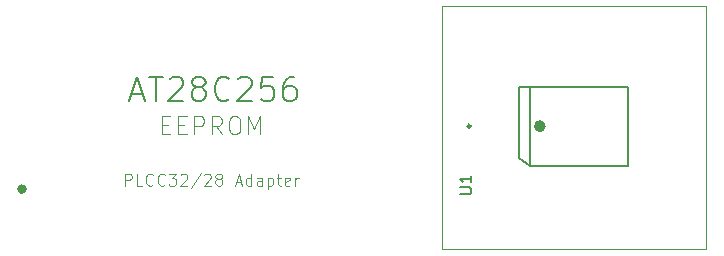
<source format=gbr>
%TF.GenerationSoftware,KiCad,Pcbnew,(6.0.0-0)*%
%TF.CreationDate,2022-01-31T01:53:59-05:00*%
%TF.ProjectId,PLCC32-Adapter,504c4343-3332-42d4-9164-61707465722e,rev?*%
%TF.SameCoordinates,Original*%
%TF.FileFunction,Legend,Top*%
%TF.FilePolarity,Positive*%
%FSLAX46Y46*%
G04 Gerber Fmt 4.6, Leading zero omitted, Abs format (unit mm)*
G04 Created by KiCad (PCBNEW (6.0.0-0)) date 2022-01-31 01:53:59*
%MOMM*%
%LPD*%
G01*
G04 APERTURE LIST*
%ADD10C,0.400000*%
%ADD11C,0.100000*%
%ADD12C,0.200000*%
%ADD13C,0.150000*%
%ADD14C,0.120000*%
%ADD15C,0.250000*%
%ADD16C,0.500000*%
G04 APERTURE END LIST*
D10*
X108150000Y-117348000D02*
G75*
G03*
X108150000Y-117348000I-200000J0D01*
G01*
D11*
X119809142Y-111906857D02*
X120309142Y-111906857D01*
X120523428Y-112692571D02*
X119809142Y-112692571D01*
X119809142Y-111192571D01*
X120523428Y-111192571D01*
X121166285Y-111906857D02*
X121666285Y-111906857D01*
X121880571Y-112692571D02*
X121166285Y-112692571D01*
X121166285Y-111192571D01*
X121880571Y-111192571D01*
X122523428Y-112692571D02*
X122523428Y-111192571D01*
X123094857Y-111192571D01*
X123237714Y-111264000D01*
X123309142Y-111335428D01*
X123380571Y-111478285D01*
X123380571Y-111692571D01*
X123309142Y-111835428D01*
X123237714Y-111906857D01*
X123094857Y-111978285D01*
X122523428Y-111978285D01*
X124880571Y-112692571D02*
X124380571Y-111978285D01*
X124023428Y-112692571D02*
X124023428Y-111192571D01*
X124594857Y-111192571D01*
X124737714Y-111264000D01*
X124809142Y-111335428D01*
X124880571Y-111478285D01*
X124880571Y-111692571D01*
X124809142Y-111835428D01*
X124737714Y-111906857D01*
X124594857Y-111978285D01*
X124023428Y-111978285D01*
X125809142Y-111192571D02*
X126094857Y-111192571D01*
X126237714Y-111264000D01*
X126380571Y-111406857D01*
X126452000Y-111692571D01*
X126452000Y-112192571D01*
X126380571Y-112478285D01*
X126237714Y-112621142D01*
X126094857Y-112692571D01*
X125809142Y-112692571D01*
X125666285Y-112621142D01*
X125523428Y-112478285D01*
X125452000Y-112192571D01*
X125452000Y-111692571D01*
X125523428Y-111406857D01*
X125666285Y-111264000D01*
X125809142Y-111192571D01*
X127094857Y-112692571D02*
X127094857Y-111192571D01*
X127594857Y-112264000D01*
X128094857Y-111192571D01*
X128094857Y-112692571D01*
X116666285Y-117038380D02*
X116666285Y-116038380D01*
X117047238Y-116038380D01*
X117142476Y-116086000D01*
X117190095Y-116133619D01*
X117237714Y-116228857D01*
X117237714Y-116371714D01*
X117190095Y-116466952D01*
X117142476Y-116514571D01*
X117047238Y-116562190D01*
X116666285Y-116562190D01*
X118142476Y-117038380D02*
X117666285Y-117038380D01*
X117666285Y-116038380D01*
X119047238Y-116943142D02*
X118999619Y-116990761D01*
X118856761Y-117038380D01*
X118761523Y-117038380D01*
X118618666Y-116990761D01*
X118523428Y-116895523D01*
X118475809Y-116800285D01*
X118428190Y-116609809D01*
X118428190Y-116466952D01*
X118475809Y-116276476D01*
X118523428Y-116181238D01*
X118618666Y-116086000D01*
X118761523Y-116038380D01*
X118856761Y-116038380D01*
X118999619Y-116086000D01*
X119047238Y-116133619D01*
X120047238Y-116943142D02*
X119999619Y-116990761D01*
X119856761Y-117038380D01*
X119761523Y-117038380D01*
X119618666Y-116990761D01*
X119523428Y-116895523D01*
X119475809Y-116800285D01*
X119428190Y-116609809D01*
X119428190Y-116466952D01*
X119475809Y-116276476D01*
X119523428Y-116181238D01*
X119618666Y-116086000D01*
X119761523Y-116038380D01*
X119856761Y-116038380D01*
X119999619Y-116086000D01*
X120047238Y-116133619D01*
X120380571Y-116038380D02*
X120999619Y-116038380D01*
X120666285Y-116419333D01*
X120809142Y-116419333D01*
X120904380Y-116466952D01*
X120952000Y-116514571D01*
X120999619Y-116609809D01*
X120999619Y-116847904D01*
X120952000Y-116943142D01*
X120904380Y-116990761D01*
X120809142Y-117038380D01*
X120523428Y-117038380D01*
X120428190Y-116990761D01*
X120380571Y-116943142D01*
X121380571Y-116133619D02*
X121428190Y-116086000D01*
X121523428Y-116038380D01*
X121761523Y-116038380D01*
X121856761Y-116086000D01*
X121904380Y-116133619D01*
X121952000Y-116228857D01*
X121952000Y-116324095D01*
X121904380Y-116466952D01*
X121332952Y-117038380D01*
X121952000Y-117038380D01*
X123094857Y-115990761D02*
X122237714Y-117276476D01*
X123380571Y-116133619D02*
X123428190Y-116086000D01*
X123523428Y-116038380D01*
X123761523Y-116038380D01*
X123856761Y-116086000D01*
X123904380Y-116133619D01*
X123952000Y-116228857D01*
X123952000Y-116324095D01*
X123904380Y-116466952D01*
X123332952Y-117038380D01*
X123952000Y-117038380D01*
X124523428Y-116466952D02*
X124428190Y-116419333D01*
X124380571Y-116371714D01*
X124332952Y-116276476D01*
X124332952Y-116228857D01*
X124380571Y-116133619D01*
X124428190Y-116086000D01*
X124523428Y-116038380D01*
X124713904Y-116038380D01*
X124809142Y-116086000D01*
X124856761Y-116133619D01*
X124904380Y-116228857D01*
X124904380Y-116276476D01*
X124856761Y-116371714D01*
X124809142Y-116419333D01*
X124713904Y-116466952D01*
X124523428Y-116466952D01*
X124428190Y-116514571D01*
X124380571Y-116562190D01*
X124332952Y-116657428D01*
X124332952Y-116847904D01*
X124380571Y-116943142D01*
X124428190Y-116990761D01*
X124523428Y-117038380D01*
X124713904Y-117038380D01*
X124809142Y-116990761D01*
X124856761Y-116943142D01*
X124904380Y-116847904D01*
X124904380Y-116657428D01*
X124856761Y-116562190D01*
X124809142Y-116514571D01*
X124713904Y-116466952D01*
X126047238Y-116752666D02*
X126523428Y-116752666D01*
X125952000Y-117038380D02*
X126285333Y-116038380D01*
X126618666Y-117038380D01*
X127380571Y-117038380D02*
X127380571Y-116038380D01*
X127380571Y-116990761D02*
X127285333Y-117038380D01*
X127094857Y-117038380D01*
X126999619Y-116990761D01*
X126952000Y-116943142D01*
X126904380Y-116847904D01*
X126904380Y-116562190D01*
X126952000Y-116466952D01*
X126999619Y-116419333D01*
X127094857Y-116371714D01*
X127285333Y-116371714D01*
X127380571Y-116419333D01*
X128285333Y-117038380D02*
X128285333Y-116514571D01*
X128237714Y-116419333D01*
X128142476Y-116371714D01*
X127952000Y-116371714D01*
X127856761Y-116419333D01*
X128285333Y-116990761D02*
X128190095Y-117038380D01*
X127952000Y-117038380D01*
X127856761Y-116990761D01*
X127809142Y-116895523D01*
X127809142Y-116800285D01*
X127856761Y-116705047D01*
X127952000Y-116657428D01*
X128190095Y-116657428D01*
X128285333Y-116609809D01*
X128761523Y-116371714D02*
X128761523Y-117371714D01*
X128761523Y-116419333D02*
X128856761Y-116371714D01*
X129047238Y-116371714D01*
X129142476Y-116419333D01*
X129190095Y-116466952D01*
X129237714Y-116562190D01*
X129237714Y-116847904D01*
X129190095Y-116943142D01*
X129142476Y-116990761D01*
X129047238Y-117038380D01*
X128856761Y-117038380D01*
X128761523Y-116990761D01*
X129523428Y-116371714D02*
X129904380Y-116371714D01*
X129666285Y-116038380D02*
X129666285Y-116895523D01*
X129713904Y-116990761D01*
X129809142Y-117038380D01*
X129904380Y-117038380D01*
X130618666Y-116990761D02*
X130523428Y-117038380D01*
X130332952Y-117038380D01*
X130237714Y-116990761D01*
X130190095Y-116895523D01*
X130190095Y-116514571D01*
X130237714Y-116419333D01*
X130332952Y-116371714D01*
X130523428Y-116371714D01*
X130618666Y-116419333D01*
X130666285Y-116514571D01*
X130666285Y-116609809D01*
X130190095Y-116705047D01*
X131094857Y-117038380D02*
X131094857Y-116371714D01*
X131094857Y-116562190D02*
X131142476Y-116466952D01*
X131190095Y-116419333D01*
X131285333Y-116371714D01*
X131380571Y-116371714D01*
D12*
X117206000Y-109299333D02*
X118158380Y-109299333D01*
X117015523Y-109870761D02*
X117682190Y-107870761D01*
X118348857Y-109870761D01*
X118729809Y-107870761D02*
X119872666Y-107870761D01*
X119301238Y-109870761D02*
X119301238Y-107870761D01*
X120444095Y-108061238D02*
X120539333Y-107966000D01*
X120729809Y-107870761D01*
X121206000Y-107870761D01*
X121396476Y-107966000D01*
X121491714Y-108061238D01*
X121586952Y-108251714D01*
X121586952Y-108442190D01*
X121491714Y-108727904D01*
X120348857Y-109870761D01*
X121586952Y-109870761D01*
X122729809Y-108727904D02*
X122539333Y-108632666D01*
X122444095Y-108537428D01*
X122348857Y-108346952D01*
X122348857Y-108251714D01*
X122444095Y-108061238D01*
X122539333Y-107966000D01*
X122729809Y-107870761D01*
X123110761Y-107870761D01*
X123301238Y-107966000D01*
X123396476Y-108061238D01*
X123491714Y-108251714D01*
X123491714Y-108346952D01*
X123396476Y-108537428D01*
X123301238Y-108632666D01*
X123110761Y-108727904D01*
X122729809Y-108727904D01*
X122539333Y-108823142D01*
X122444095Y-108918380D01*
X122348857Y-109108857D01*
X122348857Y-109489809D01*
X122444095Y-109680285D01*
X122539333Y-109775523D01*
X122729809Y-109870761D01*
X123110761Y-109870761D01*
X123301238Y-109775523D01*
X123396476Y-109680285D01*
X123491714Y-109489809D01*
X123491714Y-109108857D01*
X123396476Y-108918380D01*
X123301238Y-108823142D01*
X123110761Y-108727904D01*
X125491714Y-109680285D02*
X125396476Y-109775523D01*
X125110761Y-109870761D01*
X124920285Y-109870761D01*
X124634571Y-109775523D01*
X124444095Y-109585047D01*
X124348857Y-109394571D01*
X124253619Y-109013619D01*
X124253619Y-108727904D01*
X124348857Y-108346952D01*
X124444095Y-108156476D01*
X124634571Y-107966000D01*
X124920285Y-107870761D01*
X125110761Y-107870761D01*
X125396476Y-107966000D01*
X125491714Y-108061238D01*
X126253619Y-108061238D02*
X126348857Y-107966000D01*
X126539333Y-107870761D01*
X127015523Y-107870761D01*
X127206000Y-107966000D01*
X127301238Y-108061238D01*
X127396476Y-108251714D01*
X127396476Y-108442190D01*
X127301238Y-108727904D01*
X126158380Y-109870761D01*
X127396476Y-109870761D01*
X129206000Y-107870761D02*
X128253619Y-107870761D01*
X128158380Y-108823142D01*
X128253619Y-108727904D01*
X128444095Y-108632666D01*
X128920285Y-108632666D01*
X129110761Y-108727904D01*
X129206000Y-108823142D01*
X129301238Y-109013619D01*
X129301238Y-109489809D01*
X129206000Y-109680285D01*
X129110761Y-109775523D01*
X128920285Y-109870761D01*
X128444095Y-109870761D01*
X128253619Y-109775523D01*
X128158380Y-109680285D01*
X131015523Y-107870761D02*
X130634571Y-107870761D01*
X130444095Y-107966000D01*
X130348857Y-108061238D01*
X130158380Y-108346952D01*
X130063142Y-108727904D01*
X130063142Y-109489809D01*
X130158380Y-109680285D01*
X130253619Y-109775523D01*
X130444095Y-109870761D01*
X130825047Y-109870761D01*
X131015523Y-109775523D01*
X131110761Y-109680285D01*
X131206000Y-109489809D01*
X131206000Y-109013619D01*
X131110761Y-108823142D01*
X131015523Y-108727904D01*
X130825047Y-108632666D01*
X130444095Y-108632666D01*
X130253619Y-108727904D01*
X130158380Y-108823142D01*
X130063142Y-109013619D01*
D13*
%TO.C,U1*%
X145002051Y-117769733D02*
X145811575Y-117769733D01*
X145906813Y-117722114D01*
X145954432Y-117674495D01*
X146002051Y-117579257D01*
X146002051Y-117388781D01*
X145954432Y-117293543D01*
X145906813Y-117245924D01*
X145811575Y-117198305D01*
X145002051Y-117198305D01*
X146002051Y-116198305D02*
X146002051Y-116769733D01*
X146002051Y-116484019D02*
X145002051Y-116484019D01*
X145144909Y-116579257D01*
X145240147Y-116674495D01*
X145287766Y-116769733D01*
X150994600Y-115358250D02*
X150994600Y-108669750D01*
X150071750Y-114689400D02*
X150994600Y-115358250D01*
X159300250Y-108669750D02*
X150071750Y-108669750D01*
X150071750Y-108669750D02*
X150071750Y-114689400D01*
X159300250Y-115358250D02*
X159300250Y-108669750D01*
X150994600Y-115358250D02*
X159300250Y-115358250D01*
D14*
X143510000Y-122428000D02*
X165862000Y-122428000D01*
X165862000Y-122428000D02*
X165862000Y-101854000D01*
X165862000Y-101854000D02*
X143510000Y-101854000D01*
X143510000Y-101854000D02*
X143510000Y-122428000D01*
D15*
X145945671Y-112014000D02*
G75*
G03*
X145945671Y-112014000I-125000J0D01*
G01*
D16*
X152044600Y-112014000D02*
G75*
G03*
X152044600Y-112014000I-250000J0D01*
G01*
%TD*%
M02*

</source>
